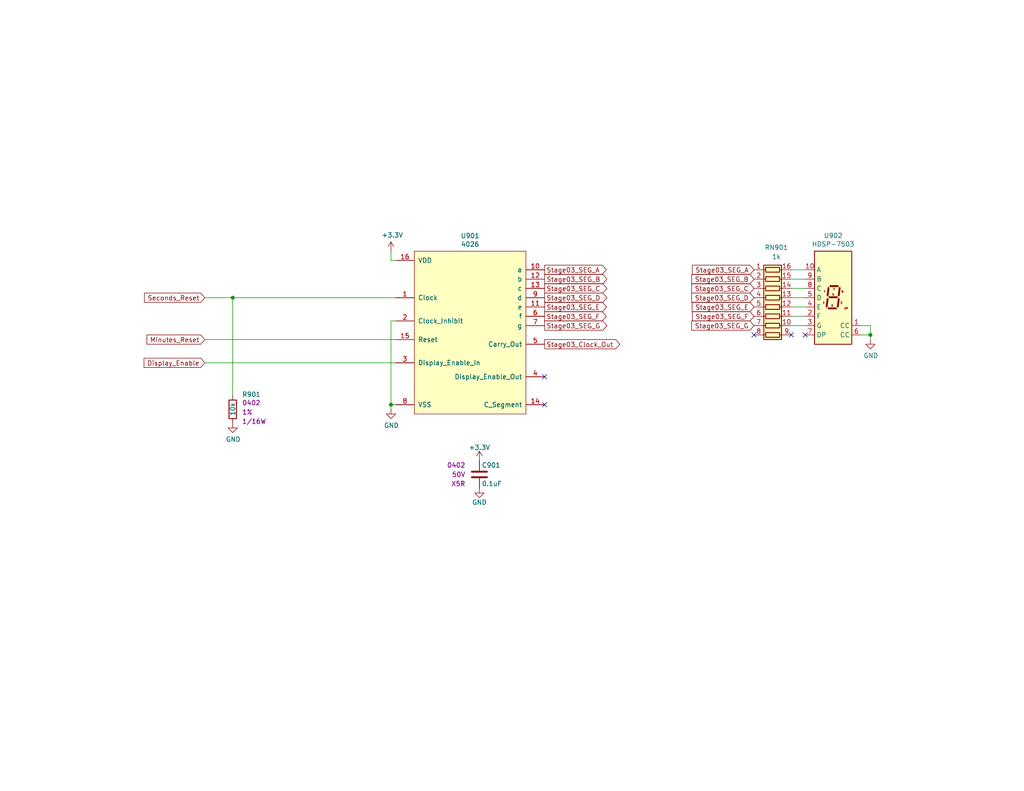
<source format=kicad_sch>
(kicad_sch (version 20231120) (generator "eeschema") (generator_version "8.0")
  (paper "A")
  (title_block (title "Stopwatch") (date "2024-04-28") (rev "B") (company "Drew Maatman"))
  (lib_symbols
    (symbol "Custom_Library:4026" (pin_names (offset 1.016))
      (property "Reference" "U" (at 30.48 -43.18 0))
      (property "Value" "4026" (at 20.32 3.81 0))
      (symbol "4026_0_1"
        (rectangle (start 5.08 2.54) (end 35.56 -41.91) (fill (type background)))
      )
      (symbol "4026_1_1"
        (pin input line (at 0 -10.16 0) (length 5.08) (name "Clock") (number "1"))
        (pin output line (at 40.64 -2.54 180) (length 5.08) (name "a") (number "10"))
        (pin output line (at 40.64 -12.7 180) (length 5.08) (name "e") (number "11"))
        (pin output line (at 40.64 -5.08 180) (length 5.08) (name "b") (number "12"))
        (pin output line (at 40.64 -7.62 180) (length 5.08) (name "c") (number "13"))
        (pin output line (at 40.64 -39.37 180) (length 5.08) (name "C_Segment") (number "14"))
        (pin input line (at 0 -21.59 0) (length 5.08) (name "Reset") (number "15"))
        (pin power_in line (at 0 0 0) (length 5.08) (name "VDD") (number "16"))
        (pin input line (at 0 -16.51 0) (length 5.08) (name "Clock_Inhibit") (number "2"))
        (pin input line (at 0 -27.94 0) (length 5.08) (name "Display_Enable_In") (number "3"))
        (pin output line (at 40.64 -31.75 180) (length 5.08) (name "Display_Enable_Out") (number "4"))
        (pin output line (at 40.64 -22.86 180) (length 5.08) (name "Carry_Out") (number "5"))
        (pin output line (at 40.64 -15.24 180) (length 5.08) (name "f") (number "6"))
        (pin output line (at 40.64 -17.78 180) (length 5.08) (name "g") (number "7"))
        (pin power_in line (at 0 -39.37 0) (length 5.08) (name "VSS") (number "8"))
        (pin output line (at 40.64 -10.16 180) (length 5.08) (name "d") (number "9"))
      )
    )
    (symbol "Custom_Library:C_Custom" (pin_numbers hide) (pin_names (offset 0.254))
      (property "Reference" "C" (at 0.635 2.54 0))
      (property "Value" "C_Custom" (at 0.635 -2.54 0))
      (property "display_footprint" "Foot" (at -3.81 2.54 0))
      (property "Voltage" "V" (at -3.81 0 0))
      (property "Dielectric" "Er" (at -3.81 -2.54 0))
      (symbol "C_Custom_0_1"
        (polyline (pts (xy -2.032 -0.762) (xy 2.032 -0.762)) (stroke (width 0.508)))
        (polyline (pts (xy -2.032 0.762) (xy 2.032 0.762)) (stroke (width 0.508)))
      )
      (symbol "C_Custom_1_1"
        (pin passive line (at 0 3.81 270) (length 2.794) (name "~") (number "1"))
        (pin passive line (at 0 -3.81 90) (length 2.794) (name "~") (number "2"))
      )
    )
    (symbol "Custom_Library:R_Custom" (pin_numbers hide) (pin_names (offset 1.016) hide)
      (property "Reference" "R" (at -2.54 0 90))
      (property "Value" "R_Custom" (at 0 0 90))
      (property "display_footprint" "Foot" (at 2.54 0 90))
      (property "Tolerance" "Tol" (at 5.08 0 90))
      (property "Wattage" "W" (at 7.62 0 90))
      (symbol "R_Custom_0_1"
        (rectangle (start 1.016 2.54) (end -1.016 -2.54) (stroke (width 0.254)))
      )
      (symbol "R_Custom_1_1"
        (pin passive line (at 0 3.81 270) (length 1.27) (name "1") (number "1"))
        (pin passive line (at 0 -3.81 90) (length 1.27) (name "2") (number "2"))
      )
    )
    (symbol "Device:R_Pack08" (pin_names (offset 0) hide)
      (property "Reference" "RN" (at -12.7 0 90))
      (property "Value" "R_Pack08" (at 10.16 0 90))
      (symbol "R_Pack08_0_1"
        (rectangle (start -11.43 -2.413) (end 8.89 2.413) (stroke (width 0.254)) (fill (type background)))
        (rectangle (start -10.795 1.905) (end -9.525 -1.905) (stroke (width 0.254)))
        (rectangle (start -8.255 1.905) (end -6.985 -1.905) (stroke (width 0.254)))
        (rectangle (start -5.715 1.905) (end -4.445 -1.905) (stroke (width 0.254)))
        (rectangle (start -3.175 1.905) (end -1.905 -1.905) (stroke (width 0.254)))
        (rectangle (start -0.635 1.905) (end 0.635 -1.905) (stroke (width 0.254)))
        (polyline (pts (xy -10.16 -2.54) (xy -10.16 -1.905)))
        (polyline (pts (xy -10.16 1.905) (xy -10.16 2.54)))
        (polyline (pts (xy -7.62 -2.54) (xy -7.62 -1.905)))
        (polyline (pts (xy -7.62 1.905) (xy -7.62 2.54)))
        (polyline (pts (xy -5.08 -2.54) (xy -5.08 -1.905)))
        (polyline (pts (xy -5.08 1.905) (xy -5.08 2.54)))
        (polyline (pts (xy -2.54 -2.54) (xy -2.54 -1.905)))
        (polyline (pts (xy -2.54 1.905) (xy -2.54 2.54)))
        (polyline (pts (xy 0 -2.54) (xy 0 -1.905)))
        (polyline (pts (xy 0 1.905) (xy 0 2.54)))
        (polyline (pts (xy 2.54 -2.54) (xy 2.54 -1.905)))
        (polyline (pts (xy 2.54 1.905) (xy 2.54 2.54)))
        (polyline (pts (xy 5.08 -2.54) (xy 5.08 -1.905)))
        (polyline (pts (xy 5.08 1.905) (xy 5.08 2.54)))
        (polyline (pts (xy 7.62 -2.54) (xy 7.62 -1.905)))
        (polyline (pts (xy 7.62 1.905) (xy 7.62 2.54)))
        (rectangle (start 1.905 1.905) (end 3.175 -1.905) (stroke (width 0.254)))
        (rectangle (start 4.445 1.905) (end 5.715 -1.905) (stroke (width 0.254)))
        (rectangle (start 6.985 1.905) (end 8.255 -1.905) (stroke (width 0.254)))
      )
      (symbol "R_Pack08_1_1"
        (pin passive line (at -10.16 -5.08 90) (length 2.54) (name "R1.1") (number "1"))
        (pin passive line (at 5.08 5.08 270) (length 2.54) (name "R7.2") (number "10"))
        (pin passive line (at 2.54 5.08 270) (length 2.54) (name "R6.2") (number "11"))
        (pin passive line (at 0 5.08 270) (length 2.54) (name "R5.2") (number "12"))
        (pin passive line (at -2.54 5.08 270) (length 2.54) (name "R4.2") (number "13"))
        (pin passive line (at -5.08 5.08 270) (length 2.54) (name "R3.2") (number "14"))
        (pin passive line (at -7.62 5.08 270) (length 2.54) (name "R2.2") (number "15"))
        (pin passive line (at -10.16 5.08 270) (length 2.54) (name "R1.2") (number "16"))
        (pin passive line (at -7.62 -5.08 90) (length 2.54) (name "R2.1") (number "2"))
        (pin passive line (at -5.08 -5.08 90) (length 2.54) (name "R3.1") (number "3"))
        (pin passive line (at -2.54 -5.08 90) (length 2.54) (name "R4.1") (number "4"))
        (pin passive line (at 0 -5.08 90) (length 2.54) (name "R5.1") (number "5"))
        (pin passive line (at 2.54 -5.08 90) (length 2.54) (name "R6.1") (number "6"))
        (pin passive line (at 5.08 -5.08 90) (length 2.54) (name "R7.1") (number "7"))
        (pin passive line (at 7.62 -5.08 90) (length 2.54) (name "R8.1") (number "8"))
        (pin passive line (at 7.62 5.08 270) (length 2.54) (name "R8.2") (number "9"))
      )
    )
    (symbol "Display_Character:HDSP-7503"
      (property "Reference" "U" (at -3.81 13.97 0))
      (property "Value" "HDSP-7503" (at 6.35 13.97 0))
      (symbol "HDSP-7503_1_0"
        (text "A" (at 0.254 2.413 0) (effects (font (size 0.508 0.508))))
        (text "B" (at 2.54 1.651 0) (effects (font (size 0.508 0.508))))
        (text "C" (at 2.286 -1.397 0) (effects (font (size 0.508 0.508))))
        (text "D" (at -0.254 -2.159 0) (effects (font (size 0.508 0.508))))
        (text "DP" (at 3.556 -2.921 0) (effects (font (size 0.508 0.508))))
        (text "E" (at -2.54 -1.397 0) (effects (font (size 0.508 0.508))))
        (text "F" (at -2.286 1.651 0) (effects (font (size 0.508 0.508))))
        (text "G" (at 0 0.889 0) (effects (font (size 0.508 0.508))))
      )
      (symbol "HDSP-7503_1_1"
        (rectangle (start -5.08 12.7) (end 5.08 -12.7) (stroke (width 0.254)) (fill (type background)))
        (polyline (pts (xy -1.524 -0.381) (xy -1.778 -2.413)) (stroke (width 0.508)))
        (polyline (pts (xy -1.27 -2.921) (xy 0.762 -2.921)) (stroke (width 0.508)))
        (polyline (pts (xy -1.27 2.667) (xy -1.524 0.635)) (stroke (width 0.508)))
        (polyline (pts (xy -1.016 0.127) (xy 1.016 0.127)) (stroke (width 0.508)))
        (polyline (pts (xy -0.762 3.175) (xy 1.27 3.175)) (stroke (width 0.508)))
        (polyline (pts (xy 1.524 -0.381) (xy 1.27 -2.413)) (stroke (width 0.508)))
        (polyline (pts (xy 1.778 2.667) (xy 1.524 0.635)) (stroke (width 0.508)))
        (polyline (pts (xy 2.54 -2.921) (xy 2.54 -2.921)) (stroke (width 0.508)))
        (pin input line (at 7.62 -7.62 180) (length 2.54) (name "CC") (number "1"))
        (pin input line (at -7.62 7.62 0) (length 2.54) (name "A") (number "10"))
        (pin input line (at -7.62 -5.08 0) (length 2.54) (name "F") (number "2"))
        (pin input line (at -7.62 -7.62 0) (length 2.54) (name "G") (number "3"))
        (pin input line (at -7.62 -2.54 0) (length 2.54) (name "E") (number "4"))
        (pin input line (at -7.62 0 0) (length 2.54) (name "D") (number "5"))
        (pin input line (at 7.62 -10.16 180) (length 2.54) (name "CC") (number "6"))
        (pin input line (at -7.62 -10.16 0) (length 2.54) (name "DP") (number "7"))
        (pin input line (at -7.62 2.54 0) (length 2.54) (name "C") (number "8"))
        (pin input line (at -7.62 5.08 0) (length 2.54) (name "B") (number "9"))
      )
    )
    (symbol "power:+3.3V" (power) (pin_names (offset 0))
      (property "Value" "+3.3V" (at 0 3.556 0))
      (symbol "+3.3V_0_1"
        (polyline (pts (xy -0.762 1.27) (xy 0 2.54)))
        (polyline (pts (xy 0 0) (xy 0 2.54)))
        (polyline (pts (xy 0 2.54) (xy 0.762 1.27)))
      )
      (symbol "+3.3V_1_1"
        (pin power_in line (at 0 0 90) (length 0) hide (name "+3.3V") (number "1"))
      )
    )
    (symbol "power:GND" (power) (pin_names (offset 0))
      (property "Value" "GND" (at 0 -3.81 0))
      (symbol "GND_0_1"
        (polyline (pts (xy 0 0) (xy 0 -1.27) (xy 1.27 -1.27) (xy 0 -2.54) (xy -1.27 -1.27) (xy 0 -1.27)))
      )
      (symbol "GND_1_1"
        (pin power_in line (at 0 0 270) (length 0) hide (name "GND") (number "1"))
      )
    )
  )
  (junction (at 63.5 81.28))
  (junction (at 237.49 91.44))
  (junction (at 106.68 110.49))
  (no_connect (at 215.9 91.44))
  (no_connect (at 219.71 91.44))
  (no_connect (at 148.59 102.87))
  (no_connect (at 205.74 91.44))
  (no_connect (at 148.59 110.49))
  (wire (pts (xy 237.49 88.9) (xy 234.95 88.9)))
  (wire (pts (xy 55.88 92.71) (xy 107.95 92.71)))
  (wire (pts (xy 106.68 68.58) (xy 106.68 71.12)))
  (wire (pts (xy 215.9 88.9) (xy 219.71 88.9)))
  (wire (pts (xy 55.88 81.28) (xy 63.5 81.28)))
  (wire (pts (xy 237.49 91.44) (xy 237.49 88.9)))
  (wire (pts (xy 107.95 87.63) (xy 106.68 87.63)))
  (wire (pts (xy 215.9 86.36) (xy 219.71 86.36)))
  (wire (pts (xy 55.88 99.06) (xy 107.95 99.06)))
  (wire (pts (xy 106.68 110.49) (xy 107.95 110.49)))
  (wire (pts (xy 234.95 91.44) (xy 237.49 91.44)))
  (wire (pts (xy 63.5 81.28) (xy 63.5 107.95)))
  (wire (pts (xy 215.9 78.74) (xy 219.71 78.74)))
  (wire (pts (xy 215.9 73.66) (xy 219.71 73.66)))
  (wire (pts (xy 106.68 87.63) (xy 106.68 110.49)))
  (wire (pts (xy 215.9 76.2) (xy 219.71 76.2)))
  (wire (pts (xy 107.95 81.28) (xy 63.5 81.28)))
  (wire (pts (xy 106.68 71.12) (xy 107.95 71.12)))
  (wire (pts (xy 215.9 81.28) (xy 219.71 81.28)))
  (wire (pts (xy 106.68 111.76) (xy 106.68 110.49)))
  (wire (pts (xy 237.49 92.71) (xy 237.49 91.44)))
  (wire (pts (xy 215.9 83.82) (xy 219.71 83.82)))
  (global_label "Stage03_SEG_B" (shape input) (at 205.74 76.2 180) (property "Intersheetrefs" "${INTERSHEET_REFS}" (effects (hide yes))))
  (global_label "Display_Enable" (shape input) (at 55.88 99.06 180) (property "Intersheetrefs" "${INTERSHEET_REFS}" (effects (hide yes))))
  (global_label "Stage03_SEG_F" (shape output) (at 148.59 86.36 0) (property "Intersheetrefs" "${INTERSHEET_REFS}" (effects (hide yes))))
  (global_label "Stage03_SEG_E" (shape output) (at 148.59 83.82 0) (property "Intersheetrefs" "${INTERSHEET_REFS}" (effects (hide yes))))
  (global_label "Seconds_Reset" (shape input) (at 55.88 81.28 180) (property "Intersheetrefs" "${INTERSHEET_REFS}" (effects (hide yes))))
  (global_label "Stage03_SEG_D" (shape output) (at 148.59 81.28 0) (property "Intersheetrefs" "${INTERSHEET_REFS}" (effects (hide yes))))
  (global_label "Stage03_SEG_D" (shape input) (at 205.74 81.28 180) (property "Intersheetrefs" "${INTERSHEET_REFS}" (effects (hide yes))))
  (global_label "Stage03_Clock_Out" (shape output) (at 148.59 93.98 0) (property "Intersheetrefs" "${INTERSHEET_REFS}" (effects (hide yes))))
  (global_label "Stage03_SEG_G" (shape output) (at 148.59 88.9 0) (property "Intersheetrefs" "${INTERSHEET_REFS}" (effects (hide yes))))
  (global_label "Stage03_SEG_C" (shape input) (at 205.74 78.74 180) (property "Intersheetrefs" "${INTERSHEET_REFS}" (effects (hide yes))))
  (global_label "Stage03_SEG_E" (shape input) (at 205.74 83.82 180) (property "Intersheetrefs" "${INTERSHEET_REFS}" (effects (hide yes))))
  (global_label "Stage03_SEG_A" (shape output) (at 148.59 73.66 0) (property "Intersheetrefs" "${INTERSHEET_REFS}" (effects (hide yes))))
  (global_label "Minutes_Reset" (shape input) (at 55.88 92.71 180) (property "Intersheetrefs" "${INTERSHEET_REFS}" (effects (hide yes))))
  (global_label "Stage03_SEG_B" (shape output) (at 148.59 76.2 0) (property "Intersheetrefs" "${INTERSHEET_REFS}" (effects (hide yes))))
  (global_label "Stage03_SEG_F" (shape input) (at 205.74 86.36 180) (property "Intersheetrefs" "${INTERSHEET_REFS}" (effects (hide yes))))
  (global_label "Stage03_SEG_C" (shape output) (at 148.59 78.74 0) (property "Intersheetrefs" "${INTERSHEET_REFS}" (effects (hide yes))))
  (global_label "Stage03_SEG_A" (shape input) (at 205.74 73.66 180) (property "Intersheetrefs" "${INTERSHEET_REFS}" (effects (hide yes))))
  (global_label "Stage03_SEG_G" (shape input) (at 205.74 88.9 180) (property "Intersheetrefs" "${INTERSHEET_REFS}" (effects (hide yes))))
  (symbol (lib_id "power:GND") (at 237.49 92.71 0) (unit 1)
    (property "Reference" "#PWR0906" (effects (hide yes)))
    (property "Value" "GND" (at 237.617 97.1042 0))
  )
  (symbol (lib_id "power:+3.3V") (at 106.68 68.58 0) (unit 1)
    (property "Reference" "#PWR0902" (effects (hide yes)))
    (property "Value" "+3.3V" (at 107.061 64.1858 0))
  )
  (symbol (lib_id "power:GND") (at 63.5 115.57 0) (unit 1)
    (property "Reference" "#PWR0901" (effects (hide yes)))
    (property "Value" "GND" (at 63.627 119.9642 0))
  )
  (symbol (lib_id "Custom_Library:4026") (at 107.95 71.12 0) (unit 1)
    (property "Reference" "U901" (at 128.27 64.389 0))
    (property "Value" "4026" (at 128.27 66.7004 0))
    (property "Footprint" "Housings_SSOP:TSSOP-16_4.4x5mm_Pitch0.65mm" (effects (hide yes)))
    (property "Digi-Key PN" "296-32878-5-ND" (effects (hide yes)))
  )
  (symbol (lib_id "Display_Character:HDSP-7503") (at 227.33 81.28 0) (unit 1)
    (property "Reference" "U902" (at 227.33 64.3382 0))
    (property "Value" "HDSP-7503" (at 227.33 66.6496 0))
    (property "Footprint" "Display_7Segment:HDSP-A151" (effects (hide yes)))
    (property "Datasheet" "https://docs.broadcom.com/docs/AV02-2553EN" (effects (hide yes)))
    (property "Digi-Key PN" "516-1203-5-ND" (effects (hide yes)))
  )
  (symbol (lib_id "Custom_Library:C_Custom") (at 130.81 129.54 0) (unit 1)
    (property "Reference" "C901" (at 131.445 127 0) (effects (justify left)))
    (property "Value" "0.1uF" (at 131.445 132.08 0) (effects (justify left)))
    (property "Footprint" "Capacitors_SMD:C_0402" (effects (hide yes)))
    (property "display_footprint" "0402" (at 127 127 0) (effects (justify right)))
    (property "Voltage" "50V" (at 127 129.54 0) (effects (justify right)))
    (property "Dielectric" "X5R" (at 127 132.08 0) (effects (justify right)))
    (property "Digi-Key PN" "490-10697-1-ND" (effects (hide yes)))
  )
  (symbol (lib_id "Custom_Library:R_Custom") (at 63.5 111.76 0) (unit 1)
    (property "Reference" "R901" (at 66.04 107.696 0) (effects (justify left)))
    (property "Value" "10k" (at 63.5 113.538 90) (effects (justify left)))
    (property "Footprint" "Resistors_SMD:R_0402" (effects (hide yes)))
    (property "display_footprint" "0402" (at 66.04 109.982 0) (effects (justify left)))
    (property "Tolerance" "1%" (at 66.04 112.522 0) (effects (justify left)))
    (property "Wattage" "1/16W" (at 66.04 115.062 0) (effects (justify left)))
    (property "Digi-Key PN" "RMCF0402FT10K0CT-ND" (effects (hide yes)))
  )
  (symbol (lib_id "Device:R_Pack08") (at 210.82 83.82 270) (unit 1)
    (property "Reference" "RN901" (at 211.836 67.564 90))
    (property "Value" "1k" (at 211.836 70.104 90))
    (property "Footprint" "Resistor_SMD:R_Cat16-8" (effects (hide yes)))
    (property "Digi-Key PN" "CAT16-102J8LFCT-ND" (effects (hide yes)))
  )
  (symbol (lib_id "power:GND") (at 106.68 111.76 0) (unit 1)
    (property "Reference" "#PWR0903" (effects (hide yes)))
    (property "Value" "GND" (at 106.807 116.1542 0))
  )
  (symbol (lib_id "power:GND") (at 130.81 133.35 0) (unit 1)
    (property "Reference" "#PWR0905" (effects (hide yes)))
    (property "Value" "GND" (at 130.81 137.16 0))
  )
  (symbol (lib_id "power:+3.3V") (at 130.81 125.73 0) (unit 1)
    (property "Reference" "#PWR0904" (effects (hide yes)))
    (property "Value" "+3.3V" (at 130.81 122.174 0))
  )
)
</source>
